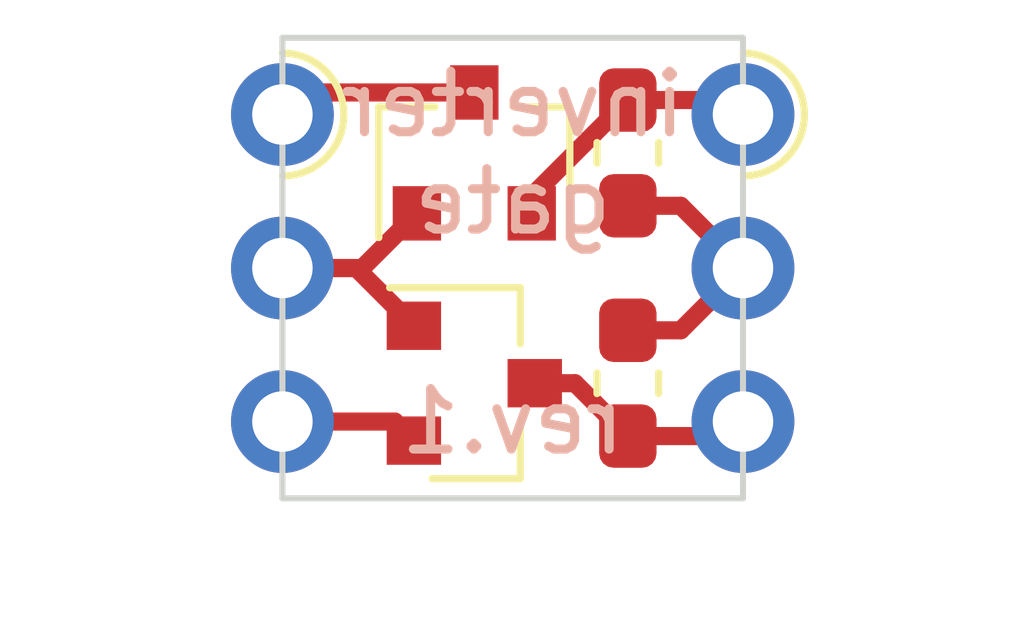
<source format=kicad_pcb>
(kicad_pcb (version 20171130) (host pcbnew 5.1.6)

  (general
    (thickness 1.6)
    (drawings 6)
    (tracks 21)
    (zones 0)
    (modules 6)
    (nets 7)
  )

  (page A4)
  (layers
    (0 F.Cu signal)
    (31 B.Cu signal)
    (32 B.Adhes user)
    (33 F.Adhes user)
    (34 B.Paste user)
    (35 F.Paste user)
    (36 B.SilkS user)
    (37 F.SilkS user)
    (38 B.Mask user)
    (39 F.Mask user)
    (40 Dwgs.User user)
    (41 Cmts.User user)
    (42 Eco1.User user)
    (43 Eco2.User user)
    (44 Edge.Cuts user)
    (45 Margin user)
    (46 B.CrtYd user)
    (47 F.CrtYd user)
    (48 B.Fab user)
    (49 F.Fab user)
  )

  (setup
    (last_trace_width 0.25)
    (user_trace_width 0.3)
    (trace_clearance 0.2)
    (zone_clearance 0.508)
    (zone_45_only no)
    (trace_min 0.2)
    (via_size 0.8)
    (via_drill 0.4)
    (via_min_size 0.4)
    (via_min_drill 0.3)
    (uvia_size 0.3)
    (uvia_drill 0.1)
    (uvias_allowed no)
    (uvia_min_size 0.2)
    (uvia_min_drill 0.1)
    (edge_width 0.05)
    (segment_width 0.2)
    (pcb_text_width 0.3)
    (pcb_text_size 1.5 1.5)
    (mod_edge_width 0.12)
    (mod_text_size 1 1)
    (mod_text_width 0.15)
    (pad_size 1.524 1.524)
    (pad_drill 0.762)
    (pad_to_mask_clearance 0.05)
    (aux_axis_origin 0 0)
    (visible_elements FFFFFF7F)
    (pcbplotparams
      (layerselection 0x010fc_ffffffff)
      (usegerberextensions false)
      (usegerberattributes true)
      (usegerberadvancedattributes true)
      (creategerberjobfile true)
      (excludeedgelayer true)
      (linewidth 0.100000)
      (plotframeref false)
      (viasonmask false)
      (mode 1)
      (useauxorigin false)
      (hpglpennumber 1)
      (hpglpenspeed 20)
      (hpglpendiameter 15.000000)
      (psnegative false)
      (psa4output false)
      (plotreference true)
      (plotvalue true)
      (plotinvisibletext false)
      (padsonsilk false)
      (subtractmaskfromsilk false)
      (outputformat 1)
      (mirror false)
      (drillshape 0)
      (scaleselection 1)
      (outputdirectory "gerber/"))
  )

  (net 0 "")
  (net 1 Out)
  (net 2 Vss)
  (net 3 Vdd)
  (net 4 In)
  (net 5 Nti)
  (net 6 Pti)

  (net_class Default "This is the default net class."
    (clearance 0.2)
    (trace_width 0.25)
    (via_dia 0.8)
    (via_drill 0.4)
    (uvia_dia 0.3)
    (uvia_drill 0.1)
    (add_net In)
    (add_net Nti)
    (add_net Out)
    (add_net Pti)
    (add_net Vdd)
    (add_net Vss)
  )

  (module Castellation:Edge_Castellation_1x03_P2.54 (layer F.Cu) (tedit 5FE23D9F) (tstamp 5FE29691)
    (at 86.36 50.8)
    (descr "Edge Castellation, 1x03, 2.54mm pitch, single row")
    (tags "Castellation Edge 1x03 2.54mm single row")
    (path /5FE23E2A)
    (fp_text reference J2 (at 0 -2.54) (layer F.SilkS) hide
      (effects (font (size 1 1) (thickness 0.15)))
    )
    (fp_text value Conn_01x03 (at 0 7.85) (layer F.Fab)
      (effects (font (size 1 1) (thickness 0.15)))
    )
    (fp_line (start -1.27 -1.27) (end 0.635 -1.27) (layer F.Fab) (width 0.1))
    (fp_line (start 0.635 -1.27) (end 1.27 -0.635) (layer F.Fab) (width 0.1))
    (fp_line (start 1.27 -0.635) (end 1.27 6.35) (layer F.Fab) (width 0.1))
    (fp_line (start 1.27 6.35) (end -1.27 6.35) (layer F.Fab) (width 0.1))
    (fp_line (start -1.27 6.35) (end -1.27 -1.27) (layer F.Fab) (width 0.1))
    (fp_line (start -1.8 -1.8) (end 1.75 -1.8) (layer F.CrtYd) (width 0.05))
    (fp_line (start 1.75 -1.8) (end 1.75 6.85) (layer F.CrtYd) (width 0.05))
    (fp_line (start 1.75 6.85) (end -1.8 6.85) (layer F.CrtYd) (width 0.05))
    (fp_line (start -1.8 6.85) (end -1.8 -1.8) (layer F.CrtYd) (width 0.05))
    (fp_text user %R (at 0 2.54 90) (layer F.Fab)
      (effects (font (size 1 1) (thickness 0.15)))
    )
    (fp_arc (start 0 0) (end 0 1.016) (angle -180) (layer F.SilkS) (width 0.12))
    (pad 1 thru_hole oval (at 0 0) (size 1.7 1.7) (drill 1) (layers *.Cu *.Mask)
      (net 3 Vdd))
    (pad 2 thru_hole oval (at 0 2.54) (size 1.7 1.7) (drill 1) (layers *.Cu *.Mask)
      (net 4 In))
    (pad 3 thru_hole oval (at 0 5.08) (size 1.7 1.7) (drill 1) (layers *.Cu *.Mask)
      (net 2 Vss))
  )

  (module Castellation:Edge_Castellation_1x03_P2.54 (layer F.Cu) (tedit 5FE23D9F) (tstamp 5FE2967E)
    (at 93.98 50.8)
    (descr "Edge Castellation, 1x03, 2.54mm pitch, single row")
    (tags "Castellation Edge 1x03 2.54mm single row")
    (path /5FE255A3)
    (fp_text reference J1 (at 0 -2.54) (layer F.SilkS) hide
      (effects (font (size 1 1) (thickness 0.15)))
    )
    (fp_text value Conn_01x03 (at 0 7.85) (layer F.Fab)
      (effects (font (size 1 1) (thickness 0.15)))
    )
    (fp_line (start -1.27 -1.27) (end 0.635 -1.27) (layer F.Fab) (width 0.1))
    (fp_line (start 0.635 -1.27) (end 1.27 -0.635) (layer F.Fab) (width 0.1))
    (fp_line (start 1.27 -0.635) (end 1.27 6.35) (layer F.Fab) (width 0.1))
    (fp_line (start 1.27 6.35) (end -1.27 6.35) (layer F.Fab) (width 0.1))
    (fp_line (start -1.27 6.35) (end -1.27 -1.27) (layer F.Fab) (width 0.1))
    (fp_line (start -1.8 -1.8) (end 1.75 -1.8) (layer F.CrtYd) (width 0.05))
    (fp_line (start 1.75 -1.8) (end 1.75 6.85) (layer F.CrtYd) (width 0.05))
    (fp_line (start 1.75 6.85) (end -1.8 6.85) (layer F.CrtYd) (width 0.05))
    (fp_line (start -1.8 6.85) (end -1.8 -1.8) (layer F.CrtYd) (width 0.05))
    (fp_text user %R (at 0 2.54 90) (layer F.Fab)
      (effects (font (size 1 1) (thickness 0.15)))
    )
    (fp_arc (start 0 0) (end 0 1.016) (angle -180) (layer F.SilkS) (width 0.12))
    (pad 1 thru_hole oval (at 0 0) (size 1.7 1.7) (drill 1) (layers *.Cu *.Mask)
      (net 6 Pti))
    (pad 2 thru_hole oval (at 0 2.54) (size 1.7 1.7) (drill 1) (layers *.Cu *.Mask)
      (net 1 Out))
    (pad 3 thru_hole oval (at 0 5.08) (size 1.7 1.7) (drill 1) (layers *.Cu *.Mask)
      (net 5 Nti))
  )

  (module Resistor_SMD:R_0603_1608Metric_Pad1.05x0.95mm_HandSolder (layer F.Cu) (tedit 5B301BBD) (tstamp 5FE23685)
    (at 92.075 55.245 270)
    (descr "Resistor SMD 0603 (1608 Metric), square (rectangular) end terminal, IPC_7351 nominal with elongated pad for handsoldering. (Body size source: http://www.tortai-tech.com/upload/download/2011102023233369053.pdf), generated with kicad-footprint-generator")
    (tags "resistor handsolder")
    (path /5FDF40E4)
    (attr smd)
    (fp_text reference R2 (at 0 -1.43 90) (layer F.SilkS) hide
      (effects (font (size 1 1) (thickness 0.15)))
    )
    (fp_text value 12k (at 0 1.43 90) (layer F.Fab)
      (effects (font (size 1 1) (thickness 0.15)))
    )
    (fp_line (start 1.65 0.73) (end -1.65 0.73) (layer F.CrtYd) (width 0.05))
    (fp_line (start 1.65 -0.73) (end 1.65 0.73) (layer F.CrtYd) (width 0.05))
    (fp_line (start -1.65 -0.73) (end 1.65 -0.73) (layer F.CrtYd) (width 0.05))
    (fp_line (start -1.65 0.73) (end -1.65 -0.73) (layer F.CrtYd) (width 0.05))
    (fp_line (start -0.171267 0.51) (end 0.171267 0.51) (layer F.SilkS) (width 0.12))
    (fp_line (start -0.171267 -0.51) (end 0.171267 -0.51) (layer F.SilkS) (width 0.12))
    (fp_line (start 0.8 0.4) (end -0.8 0.4) (layer F.Fab) (width 0.1))
    (fp_line (start 0.8 -0.4) (end 0.8 0.4) (layer F.Fab) (width 0.1))
    (fp_line (start -0.8 -0.4) (end 0.8 -0.4) (layer F.Fab) (width 0.1))
    (fp_line (start -0.8 0.4) (end -0.8 -0.4) (layer F.Fab) (width 0.1))
    (fp_text user %R (at 0 0 90) (layer F.Fab)
      (effects (font (size 0.4 0.4) (thickness 0.06)))
    )
    (pad 2 smd roundrect (at 0.875 0 270) (size 1.05 0.95) (layers F.Cu F.Paste F.Mask) (roundrect_rratio 0.25)
      (net 5 Nti))
    (pad 1 smd roundrect (at -0.875 0 270) (size 1.05 0.95) (layers F.Cu F.Paste F.Mask) (roundrect_rratio 0.25)
      (net 1 Out))
    (model ${KISYS3DMOD}/Resistor_SMD.3dshapes/R_0603_1608Metric.wrl
      (at (xyz 0 0 0))
      (scale (xyz 1 1 1))
      (rotate (xyz 0 0 0))
    )
  )

  (module Resistor_SMD:R_0603_1608Metric_Pad1.05x0.95mm_HandSolder (layer F.Cu) (tedit 5B301BBD) (tstamp 5FE23674)
    (at 92.075 51.435 270)
    (descr "Resistor SMD 0603 (1608 Metric), square (rectangular) end terminal, IPC_7351 nominal with elongated pad for handsoldering. (Body size source: http://www.tortai-tech.com/upload/download/2011102023233369053.pdf), generated with kicad-footprint-generator")
    (tags "resistor handsolder")
    (path /5FDF60C4)
    (attr smd)
    (fp_text reference R1 (at 0 -1.43 90) (layer F.SilkS) hide
      (effects (font (size 1 1) (thickness 0.15)))
    )
    (fp_text value 12k (at 0 1.43 90) (layer F.Fab)
      (effects (font (size 1 1) (thickness 0.15)))
    )
    (fp_line (start 1.65 0.73) (end -1.65 0.73) (layer F.CrtYd) (width 0.05))
    (fp_line (start 1.65 -0.73) (end 1.65 0.73) (layer F.CrtYd) (width 0.05))
    (fp_line (start -1.65 -0.73) (end 1.65 -0.73) (layer F.CrtYd) (width 0.05))
    (fp_line (start -1.65 0.73) (end -1.65 -0.73) (layer F.CrtYd) (width 0.05))
    (fp_line (start -0.171267 0.51) (end 0.171267 0.51) (layer F.SilkS) (width 0.12))
    (fp_line (start -0.171267 -0.51) (end 0.171267 -0.51) (layer F.SilkS) (width 0.12))
    (fp_line (start 0.8 0.4) (end -0.8 0.4) (layer F.Fab) (width 0.1))
    (fp_line (start 0.8 -0.4) (end 0.8 0.4) (layer F.Fab) (width 0.1))
    (fp_line (start -0.8 -0.4) (end 0.8 -0.4) (layer F.Fab) (width 0.1))
    (fp_line (start -0.8 0.4) (end -0.8 -0.4) (layer F.Fab) (width 0.1))
    (fp_text user %R (at 0 0 90) (layer F.Fab)
      (effects (font (size 0.4 0.4) (thickness 0.06)))
    )
    (pad 2 smd roundrect (at 0.875 0 270) (size 1.05 0.95) (layers F.Cu F.Paste F.Mask) (roundrect_rratio 0.25)
      (net 1 Out))
    (pad 1 smd roundrect (at -0.875 0 270) (size 1.05 0.95) (layers F.Cu F.Paste F.Mask) (roundrect_rratio 0.25)
      (net 6 Pti))
    (model ${KISYS3DMOD}/Resistor_SMD.3dshapes/R_0603_1608Metric.wrl
      (at (xyz 0 0 0))
      (scale (xyz 1 1 1))
      (rotate (xyz 0 0 0))
    )
  )

  (module Package_TO_SOT_SMD:SOT-23 (layer F.Cu) (tedit 5A02FF57) (tstamp 5FE23663)
    (at 89.535 55.245)
    (descr "SOT-23, Standard")
    (tags SOT-23)
    (path /5FDF139A)
    (attr smd)
    (fp_text reference Q2 (at 0 -2.5) (layer F.SilkS) hide
      (effects (font (size 1 1) (thickness 0.15)))
    )
    (fp_text value 2N7002 (at 0 2.5) (layer F.Fab)
      (effects (font (size 1 1) (thickness 0.15)))
    )
    (fp_line (start 0.76 1.58) (end -0.7 1.58) (layer F.SilkS) (width 0.12))
    (fp_line (start 0.76 -1.58) (end -1.4 -1.58) (layer F.SilkS) (width 0.12))
    (fp_line (start -1.7 1.75) (end -1.7 -1.75) (layer F.CrtYd) (width 0.05))
    (fp_line (start 1.7 1.75) (end -1.7 1.75) (layer F.CrtYd) (width 0.05))
    (fp_line (start 1.7 -1.75) (end 1.7 1.75) (layer F.CrtYd) (width 0.05))
    (fp_line (start -1.7 -1.75) (end 1.7 -1.75) (layer F.CrtYd) (width 0.05))
    (fp_line (start 0.76 -1.58) (end 0.76 -0.65) (layer F.SilkS) (width 0.12))
    (fp_line (start 0.76 1.58) (end 0.76 0.65) (layer F.SilkS) (width 0.12))
    (fp_line (start -0.7 1.52) (end 0.7 1.52) (layer F.Fab) (width 0.1))
    (fp_line (start 0.7 -1.52) (end 0.7 1.52) (layer F.Fab) (width 0.1))
    (fp_line (start -0.7 -0.95) (end -0.15 -1.52) (layer F.Fab) (width 0.1))
    (fp_line (start -0.15 -1.52) (end 0.7 -1.52) (layer F.Fab) (width 0.1))
    (fp_line (start -0.7 -0.95) (end -0.7 1.5) (layer F.Fab) (width 0.1))
    (fp_text user %R (at 0 0 90) (layer F.Fab)
      (effects (font (size 0.5 0.5) (thickness 0.075)))
    )
    (pad 3 smd rect (at 1 0) (size 0.9 0.8) (layers F.Cu F.Paste F.Mask)
      (net 5 Nti))
    (pad 2 smd rect (at -1 0.95) (size 0.9 0.8) (layers F.Cu F.Paste F.Mask)
      (net 2 Vss))
    (pad 1 smd rect (at -1 -0.95) (size 0.9 0.8) (layers F.Cu F.Paste F.Mask)
      (net 4 In))
    (model ${KISYS3DMOD}/Package_TO_SOT_SMD.3dshapes/SOT-23.wrl
      (at (xyz 0 0 0))
      (scale (xyz 1 1 1))
      (rotate (xyz 0 0 0))
    )
  )

  (module Package_TO_SOT_SMD:SOT-23 (layer F.Cu) (tedit 5A02FF57) (tstamp 5FE2364E)
    (at 89.535 51.435 90)
    (descr "SOT-23, Standard")
    (tags SOT-23)
    (path /5FDEECCB)
    (attr smd)
    (fp_text reference Q1 (at 0 -2.5 90) (layer F.SilkS) hide
      (effects (font (size 1 1) (thickness 0.15)))
    )
    (fp_text value BSS84 (at 0 2.5 90) (layer F.Fab)
      (effects (font (size 1 1) (thickness 0.15)))
    )
    (fp_line (start 0.76 1.58) (end -0.7 1.58) (layer F.SilkS) (width 0.12))
    (fp_line (start 0.76 -1.58) (end -1.4 -1.58) (layer F.SilkS) (width 0.12))
    (fp_line (start -1.7 1.75) (end -1.7 -1.75) (layer F.CrtYd) (width 0.05))
    (fp_line (start 1.7 1.75) (end -1.7 1.75) (layer F.CrtYd) (width 0.05))
    (fp_line (start 1.7 -1.75) (end 1.7 1.75) (layer F.CrtYd) (width 0.05))
    (fp_line (start -1.7 -1.75) (end 1.7 -1.75) (layer F.CrtYd) (width 0.05))
    (fp_line (start 0.76 -1.58) (end 0.76 -0.65) (layer F.SilkS) (width 0.12))
    (fp_line (start 0.76 1.58) (end 0.76 0.65) (layer F.SilkS) (width 0.12))
    (fp_line (start -0.7 1.52) (end 0.7 1.52) (layer F.Fab) (width 0.1))
    (fp_line (start 0.7 -1.52) (end 0.7 1.52) (layer F.Fab) (width 0.1))
    (fp_line (start -0.7 -0.95) (end -0.15 -1.52) (layer F.Fab) (width 0.1))
    (fp_line (start -0.15 -1.52) (end 0.7 -1.52) (layer F.Fab) (width 0.1))
    (fp_line (start -0.7 -0.95) (end -0.7 1.5) (layer F.Fab) (width 0.1))
    (fp_text user %R (at 0 0) (layer F.Fab)
      (effects (font (size 0.5 0.5) (thickness 0.075)))
    )
    (pad 3 smd rect (at 1 0 90) (size 0.9 0.8) (layers F.Cu F.Paste F.Mask)
      (net 3 Vdd))
    (pad 2 smd rect (at -1 0.95 90) (size 0.9 0.8) (layers F.Cu F.Paste F.Mask)
      (net 6 Pti))
    (pad 1 smd rect (at -1 -0.95 90) (size 0.9 0.8) (layers F.Cu F.Paste F.Mask)
      (net 4 In))
    (model ${KISYS3DMOD}/Package_TO_SOT_SMD.3dshapes/SOT-23.wrl
      (at (xyz 0 0 0))
      (scale (xyz 1 1 1))
      (rotate (xyz 0 0 0))
    )
  )

  (gr_text rev.1 (at 90.17 55.88) (layer B.SilkS)
    (effects (font (size 1 1) (thickness 0.15)) (justify mirror))
  )
  (gr_text "inverter\ngate" (at 90.17 51.435) (layer B.SilkS)
    (effects (font (size 1 1) (thickness 0.15)) (justify mirror))
  )
  (gr_line (start 93.98 49.53) (end 93.98 57.15) (layer Edge.Cuts) (width 0.1))
  (gr_line (start 86.36 49.53) (end 93.98 49.53) (layer Edge.Cuts) (width 0.1))
  (gr_line (start 86.36 57.15) (end 86.36 49.53) (layer Edge.Cuts) (width 0.1))
  (gr_line (start 93.98 57.15) (end 86.36 57.15) (layer Edge.Cuts) (width 0.1))

  (segment (start 92.95 52.31) (end 93.98 53.34) (width 0.3) (layer F.Cu) (net 1))
  (segment (start 92.075 52.31) (end 92.95 52.31) (width 0.3) (layer F.Cu) (net 1))
  (segment (start 92.95 54.37) (end 93.98 53.34) (width 0.3) (layer F.Cu) (net 1))
  (segment (start 92.075 54.37) (end 92.95 54.37) (width 0.3) (layer F.Cu) (net 1))
  (segment (start 88.22 55.88) (end 88.535 56.195) (width 0.3) (layer F.Cu) (net 2))
  (segment (start 86.36 55.88) (end 88.22 55.88) (width 0.3) (layer F.Cu) (net 2))
  (segment (start 86.725 50.435) (end 86.36 50.8) (width 0.3) (layer F.Cu) (net 3))
  (segment (start 89.535 50.435) (end 86.725 50.435) (width 0.3) (layer F.Cu) (net 3))
  (segment (start 87.68 53.34) (end 88.585 52.435) (width 0.3) (layer F.Cu) (net 4))
  (segment (start 86.36 53.34) (end 87.68 53.34) (width 0.3) (layer F.Cu) (net 4))
  (segment (start 87.58 53.34) (end 88.535 54.295) (width 0.3) (layer F.Cu) (net 4))
  (segment (start 86.36 53.34) (end 87.58 53.34) (width 0.3) (layer F.Cu) (net 4))
  (segment (start 92.075 56.085) (end 92.075 56.12) (width 0.3) (layer F.Cu) (net 5))
  (segment (start 93.74 56.12) (end 93.98 55.88) (width 0.3) (layer F.Cu) (net 5))
  (segment (start 92.075 56.12) (end 93.74 56.12) (width 0.3) (layer F.Cu) (net 5))
  (segment (start 91.2 55.245) (end 92.075 56.12) (width 0.3) (layer F.Cu) (net 5))
  (segment (start 90.535 55.245) (end 91.2 55.245) (width 0.3) (layer F.Cu) (net 5))
  (segment (start 90.485 52.15) (end 92.075 50.56) (width 0.3) (layer F.Cu) (net 6))
  (segment (start 90.485 52.435) (end 90.485 52.15) (width 0.3) (layer F.Cu) (net 6))
  (segment (start 93.74 50.56) (end 93.98 50.8) (width 0.3) (layer F.Cu) (net 6))
  (segment (start 92.075 50.56) (end 93.74 50.56) (width 0.3) (layer F.Cu) (net 6))

)

</source>
